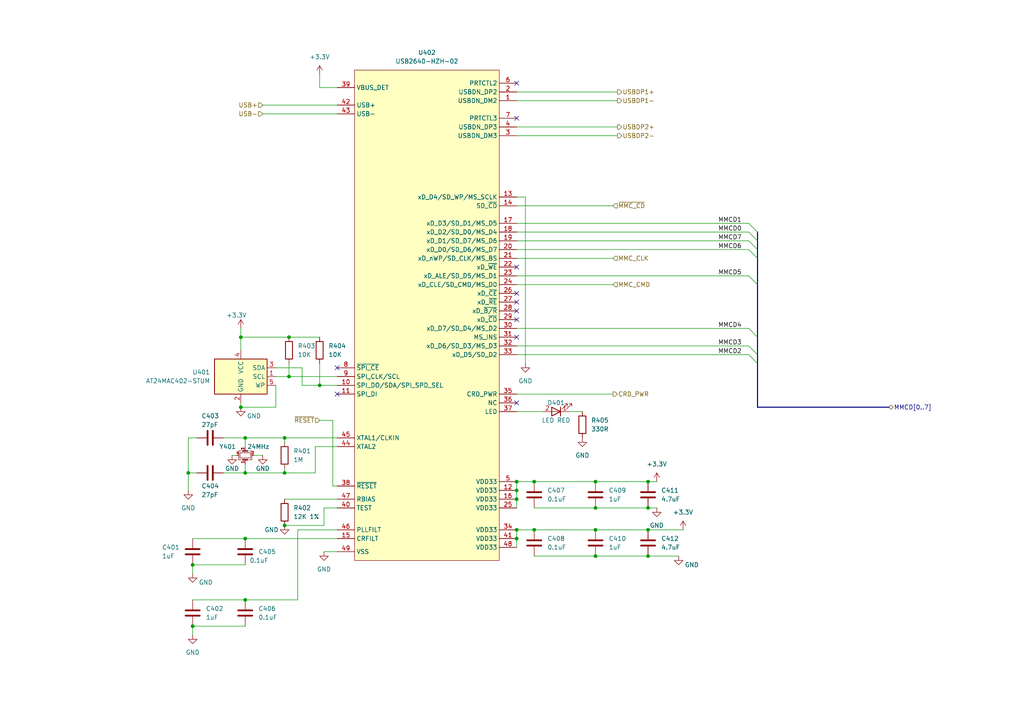
<source format=kicad_sch>
(kicad_sch (version 20230121) (generator eeschema)
  (paper "A4")
  (title_block (title "SDCDMUX-eMMC") (date "2023-05-02") (rev "Rev1") (company "HNZ") (comment 1 "Licensed under CC-BY-SA V4.0") (comment 2 "2023 (C) Hiroshi Nakajima <hnakamiru1103@gmail.com>"))
  (lib_symbols
    (symbol "+3.3V_1" (power) (pin_names (offset 0))
      (property "Value" "+3.3V_1" (at 0 3.556 0))
      (symbol "+3.3V_1_0_1"
        (polyline (pts (xy -0.762 1.27) (xy 0 2.54)))
        (polyline (pts (xy 0 0) (xy 0 2.54)))
        (polyline (pts (xy 0 2.54) (xy 0.762 1.27)))
      )
      (symbol "+3.3V_1_1_1"
        (pin power_in line (at 0 0 90) (length 0) hide (name "+3.3V") (number "1"))
      )
    )
    (symbol "+3.3V_2" (power) (pin_names (offset 0))
      (property "Value" "+3.3V_2" (at 0 3.556 0))
      (symbol "+3.3V_2_0_1"
        (polyline (pts (xy -0.762 1.27) (xy 0 2.54)))
        (polyline (pts (xy 0 0) (xy 0 2.54)))
        (polyline (pts (xy 0 2.54) (xy 0.762 1.27)))
      )
      (symbol "+3.3V_2_1_1"
        (pin power_in line (at 0 0 90) (length 0) hide (name "+3.3V") (number "1"))
      )
    )
    (symbol "+3.3V_3" (power) (pin_names (offset 0))
      (property "Value" "+3.3V_3" (at 0 3.556 0))
      (symbol "+3.3V_3_0_1"
        (polyline (pts (xy -0.762 1.27) (xy 0 2.54)))
        (polyline (pts (xy 0 0) (xy 0 2.54)))
        (polyline (pts (xy 0 2.54) (xy 0.762 1.27)))
      )
      (symbol "+3.3V_3_1_1"
        (pin power_in line (at 0 0 90) (length 0) hide (name "+3.3V") (number "1"))
      )
    )
    (symbol "Device:C" (pin_numbers hide) (pin_names (offset 0.254))
      (property "Reference" "C" (at 0.635 2.54 0))
      (property "Value" "C" (at 0.635 -2.54 0))
      (symbol "C_0_1"
        (polyline (pts (xy -2.032 -0.762) (xy 2.032 -0.762)) (stroke (width 0.508)))
        (polyline (pts (xy -2.032 0.762) (xy 2.032 0.762)) (stroke (width 0.508)))
      )
      (symbol "C_1_1"
        (pin passive line (at 0 3.81 270) (length 2.794) (name "~") (number "1"))
        (pin passive line (at 0 -3.81 90) (length 2.794) (name "~") (number "2"))
      )
    )
    (symbol "Device:LED" (pin_names (offset 1.016) hide)
      (property "Reference" "D" (at 0 2.54 0))
      (property "Value" "LED" (at 0 -2.54 0))
      (symbol "LED_0_1"
        (polyline (pts (xy -1.27 -1.27) (xy -1.27 1.27)) (stroke (width 0.254)))
        (polyline (pts (xy -1.27 0) (xy 1.27 0)))
        (polyline (pts (xy 1.27 -1.27) (xy 1.27 1.27) (xy -1.27 0) (xy 1.27 -1.27)) (stroke (width 0.254)))
        (polyline (pts (xy -3.048 -0.762) (xy -4.572 -2.286) (xy -3.81 -2.286) (xy -4.572 -2.286) (xy -4.572 -1.524)))
        (polyline (pts (xy -1.778 -0.762) (xy -3.302 -2.286) (xy -2.54 -2.286) (xy -3.302 -2.286) (xy -3.302 -1.524)))
      )
      (symbol "LED_1_1"
        (pin passive line (at -3.81 0 0) (length 2.54) (name "K") (number "1"))
        (pin passive line (at 3.81 0 180) (length 2.54) (name "A") (number "2"))
      )
    )
    (symbol "Device:R" (pin_numbers hide) (pin_names (offset 0))
      (property "Reference" "R" (at 2.032 0 90))
      (property "Value" "R" (at 0 0 90))
      (symbol "R_0_1"
        (rectangle (start -1.016 -2.54) (end 1.016 2.54) (stroke (width 0.254)))
      )
      (symbol "R_1_1"
        (pin passive line (at 0 3.81 270) (length 1.27) (name "~") (number "1"))
        (pin passive line (at 0 -3.81 90) (length 1.27) (name "~") (number "2"))
      )
    )
    (symbol "power:+3.3V" (power) (pin_numbers hide) (pin_names (offset 0) hide)
      (property "Value" "+3.3V" (at 0 3.556 0))
      (symbol "+3.3V_0_1"
        (polyline (pts (xy -0.762 1.27) (xy 0 2.54)))
        (polyline (pts (xy 0 0) (xy 0 2.54)))
        (polyline (pts (xy 0 2.54) (xy 0.762 1.27)))
      )
      (symbol "+3.3V_1_1"
        (pin power_in line (at 0 0 90) (length 0) hide (name "+3.3V") (number "1"))
      )
    )
    (symbol "power:GND" (power) (pin_numbers hide) (pin_names (offset 0) hide)
      (property "Value" "GND" (at 0 -3.81 0))
      (symbol "GND_0_1"
        (polyline (pts (xy 0 0) (xy 0 -1.27) (xy 1.27 -1.27) (xy 0 -2.54) (xy -1.27 -1.27) (xy 0 -1.27)))
      )
      (symbol "GND_1_1"
        (pin power_in line (at 0 0 270) (length 0) hide (name "GND") (number "1"))
      )
    )
    (symbol "tbctl:AT24MAC402-STUM"
      (property "Reference" "U" (at -7.62 6.35 0))
      (property "Value" "AT24MAC402-STUM" (at 2.54 -6.35 0))
      (symbol "AT24MAC402-STUM_1_1"
        (rectangle (start -7.62 5.08) (end 7.62 -5.08) (stroke (width 0.254)) (fill (type background)))
        (pin input line (at 10.16 0 180) (length 2.54) (name "SCL") (number "1"))
        (pin power_in line (at 0 -7.62 90) (length 2.54) (name "GND") (number "2"))
        (pin bidirectional line (at 10.16 2.54 180) (length 2.54) (name "SDA") (number "3"))
        (pin power_in line (at 0 7.62 270) (length 2.54) (name "VCC") (number "4"))
        (pin input line (at 10.16 -2.54 180) (length 2.54) (name "WP") (number "5"))
      )
    )
    (symbol "tbctl:Crystal SMD 24MHz 2.0x1.6" (pin_names (offset 1.016) hide)
      (property "Reference" "Y" (at 1.27 4.445 0))
      (property "Value" "Crystal SMD 24MHz 2.0x1.6" (at 1.27 2.54 0))
      (symbol "Crystal SMD 24MHz 2.0x1.6_0_1"
        (rectangle (start -0.762 -1.524) (end 0.762 1.524))
        (polyline (pts (xy -1.27 -0.762) (xy -1.27 0.762)) (stroke (width 0.381)))
        (polyline (pts (xy 1.27 -0.762) (xy 1.27 0.762)) (stroke (width 0.381)))
        (polyline (pts (xy -1.27 -1.27) (xy -1.27 -1.905) (xy 1.27 -1.905) (xy 1.27 -1.27)))
        (polyline (pts (xy -1.27 1.27) (xy -1.27 1.905) (xy 1.27 1.905) (xy 1.27 1.27)))
      )
      (symbol "Crystal SMD 24MHz 2.0x1.6_1_1"
        (pin passive line (at -2.54 0 0) (length 1.27) (name "1") (number "1"))
        (pin passive line (at 0 -2.54 90) (length 0.635) (name "2") (number "2"))
        (pin passive line (at 2.54 0 180) (length 1.27) (name "3") (number "3"))
        (pin passive line (at 0 2.54 270) (length 0.635) (name "4") (number "4"))
      )
    )
    (symbol "tbctl:USB2640-HZH-02"
      (property "Reference" "U" (at 0 -2.54 0))
      (property "Value" "USB2640-HZH-02" (at 0 -5.08 0))
      (symbol "USB2640-HZH-02_0_1"
        (rectangle (start -20.32 -6.35) (end 21.59 -148.59) (fill (type background)))
      )
      (symbol "USB2640-HZH-02_1_1"
        (pin passive line (at 26.67 -15.24 180) (length 5.08) (name "USBDN_DM2") (number "1"))
        (pin passive line (at -25.4 -97.79 0) (length 5.08) (name "SPI_DO/SDA/SPI_SPD_SEL") (number "10"))
        (pin passive line (at -25.4 -100.33 0) (length 5.08) (name "SPI_DI") (number "11"))
        (pin power_in line (at 26.67 -128.27 180) (length 5.08) (name "VDD33") (number "12"))
        (pin passive line (at 26.67 -43.18 180) (length 5.08) (name "xD_D4/SD_WP/MS_SCLK") (number "13"))
        (pin input line (at 26.67 -45.72 180) (length 5.08) (name "SD_~{CD}") (number "14"))
        (pin passive line (at -25.4 -142.24 0) (length 5.08) (name "CRFILT") (number "15"))
        (pin power_in line (at 26.67 -130.81 180) (length 5.08) (name "VDD33") (number "16"))
        (pin passive line (at 26.67 -50.8 180) (length 5.08) (name "xD_D3/SD_D1/MS_D5") (number "17"))
        (pin passive line (at 26.67 -53.34 180) (length 5.08) (name "xD_D2/SD_D0/MS_D4") (number "18"))
        (pin passive line (at 26.67 -55.88 180) (length 5.08) (name "xD_D1/SD_D7/MS_D6") (number "19"))
        (pin passive line (at 26.67 -12.7 180) (length 5.08) (name "USBDN_DP2") (number "2"))
        (pin passive line (at 26.67 -58.42 180) (length 5.08) (name "xD_D0/SD_D6/MS_D7") (number "20"))
        (pin passive line (at 26.67 -60.96 180) (length 5.08) (name "xD_nWP/SD_CLK/MS_BS") (number "21"))
        (pin passive line (at 26.67 -63.5 180) (length 5.08) (name "xD_~{WE}") (number "22"))
        (pin passive line (at 26.67 -66.04 180) (length 5.08) (name "xD_ALE/SD_D5/MS_D1") (number "23"))
        (pin passive line (at 26.67 -68.58 180) (length 5.08) (name "xD_CLE/SD_CMD/MS_D0") (number "24"))
        (pin power_in line (at 26.67 -133.35 180) (length 5.08) (name "VDD33") (number "25"))
        (pin passive line (at 26.67 -71.12 180) (length 5.08) (name "xD_~{CE}") (number "26"))
        (pin passive line (at 26.67 -73.66 180) (length 5.08) (name "xD_~{RE}") (number "27"))
        (pin passive line (at 26.67 -76.2 180) (length 5.08) (name "xD_~{B/R}") (number "28"))
        (pin input line (at 26.67 -78.74 180) (length 5.08) (name "xD_~{CD}") (number "29"))
        (pin passive line (at 26.67 -25.4 180) (length 5.08) (name "USBDN_DM3") (number "3"))
        (pin passive line (at 26.67 -81.28 180) (length 5.08) (name "xD_D7/SD_D4/MS_D2") (number "30"))
        (pin passive line (at 26.67 -83.82 180) (length 5.08) (name "MS_INS") (number "31"))
        (pin passive line (at 26.67 -86.36 180) (length 5.08) (name "xD_D6/SD_D3/MS_D3") (number "32"))
        (pin passive line (at 26.67 -88.9 180) (length 5.08) (name "xD_D5/SD_D2") (number "33"))
        (pin power_in line (at 26.67 -139.7 180) (length 5.08) (name "VDD33") (number "34"))
        (pin power_out line (at 26.67 -100.33 180) (length 5.08) (name "CRD_PWR") (number "35"))
        (pin passive line (at 26.67 -102.87 180) (length 5.08) (name "NC") (number "36"))
        (pin output line (at 26.67 -105.41 180) (length 5.08) (name "LED") (number "37"))
        (pin input line (at -25.4 -127 0) (length 5.08) (name "~{RESET}") (number "38"))
        (pin input line (at -25.4 -11.43 0) (length 5.08) (name "VBUS_DET") (number "39"))
        (pin passive line (at 26.67 -22.86 180) (length 5.08) (name "USBDN_DP3") (number "4"))
        (pin input line (at -25.4 -133.35 0) (length 5.08) (name "TEST") (number "40"))
        (pin power_in line (at 26.67 -142.24 180) (length 5.08) (name "VDD33") (number "41"))
        (pin passive line (at -25.4 -16.51 0) (length 5.08) (name "USB+") (number "42"))
        (pin passive line (at -25.4 -19.05 0) (length 5.08) (name "USB-") (number "43"))
        (pin output line (at -25.4 -115.57 0) (length 5.08) (name "XTAL2") (number "44"))
        (pin input line (at -25.4 -113.03 0) (length 5.08) (name "XTAL1/CLKIN") (number "45"))
        (pin passive line (at -25.4 -139.7 0) (length 5.08) (name "PLLFILT") (number "46"))
        (pin input line (at -25.4 -130.81 0) (length 5.08) (name "RBIAS") (number "47"))
        (pin power_in line (at 26.67 -144.78 180) (length 5.08) (name "VDD33") (number "48"))
        (pin power_in line (at -25.4 -146.05 0) (length 5.08) (name "VSS") (number "49"))
        (pin power_in line (at 26.67 -125.73 180) (length 5.08) (name "VDD33") (number "5"))
        (pin passive line (at 26.67 -10.16 180) (length 5.08) (name "PRTCTL2") (number "6"))
        (pin passive line (at 26.67 -20.32 180) (length 5.08) (name "PRTCTL3") (number "7"))
        (pin passive line (at -25.4 -92.71 0) (length 5.08) (name "~{SPI_CE}") (number "8"))
        (pin passive line (at -25.4 -95.25 0) (length 5.08) (name "SPI_CLK/SCL") (number "9"))
      )
    )
  )
  (junction (at 172.72 147.32))
  (junction (at 71.12 137.16))
  (junction (at 69.85 97.79))
  (junction (at 149.86 142.24))
  (junction (at 71.12 173.99))
  (junction (at 82.55 137.16))
  (junction (at 149.86 156.21))
  (junction (at 149.86 153.67))
  (junction (at 187.96 153.67))
  (junction (at 55.88 163.83))
  (junction (at 54.61 137.16))
  (junction (at 82.55 127))
  (junction (at 187.96 139.7))
  (junction (at 149.86 139.7))
  (junction (at 172.72 161.29))
  (junction (at 154.94 153.67))
  (junction (at 83.82 97.79))
  (junction (at 187.96 161.29))
  (junction (at 71.12 156.21))
  (junction (at 149.86 144.78))
  (junction (at 69.85 118.11))
  (junction (at 83.82 109.22))
  (junction (at 71.12 127))
  (junction (at 92.71 111.76))
  (junction (at 82.55 152.4))
  (junction (at 172.72 153.67))
  (junction (at 55.88 181.61))
  (junction (at 172.72 139.7))
  (junction (at 187.96 147.32))
  (junction (at 154.94 139.7))
  (no_connect (at 97.79 114.3))
  (no_connect (at 149.86 116.84))
  (no_connect (at 149.86 24.13))
  (no_connect (at 149.86 85.09))
  (no_connect (at 149.86 92.71))
  (no_connect (at 149.86 90.17))
  (no_connect (at 149.86 77.47))
  (no_connect (at 149.86 87.63))
  (no_connect (at 149.86 97.79))
  (no_connect (at 149.86 34.29))
  (no_connect (at 97.79 106.68))
  (bus_entry (at 217.17 67.31) (size 2.54 2.54))
  (bus_entry (at 217.17 100.33) (size 2.54 2.54))
  (bus_entry (at 217.17 95.25) (size 2.54 2.54))
  (bus_entry (at 217.17 80.01) (size 2.54 2.54))
  (bus_entry (at 217.17 72.39) (size 2.54 2.54))
  (bus_entry (at 217.17 64.77) (size 2.54 2.54))
  (bus_entry (at 217.17 102.87) (size 2.54 2.54))
  (bus_entry (at 217.17 69.85) (size 2.54 2.54))
  (wire (pts (xy 73.66 132.08) (xy 76.2 132.08)))
  (wire (pts (xy 149.86 153.67) (xy 149.86 156.21)))
  (wire (pts (xy 80.01 118.11) (xy 69.85 118.11)))
  (wire (pts (xy 71.12 137.16) (xy 82.55 137.16)))
  (wire (pts (xy 149.86 139.7) (xy 154.94 139.7)))
  (wire (pts (xy 149.86 82.55) (xy 177.8 82.55)))
  (wire (pts (xy 82.55 137.16) (xy 91.44 137.16)))
  (wire (pts (xy 92.71 121.92) (xy 96.52 121.92)))
  (wire (pts (xy 149.86 36.83) (xy 179.07 36.83)))
  (wire (pts (xy 149.86 59.69) (xy 177.8 59.69)))
  (wire (pts (xy 172.72 147.32) (xy 187.96 147.32)))
  (wire (pts (xy 149.86 69.85) (xy 217.17 69.85)))
  (wire (pts (xy 149.86 29.21) (xy 179.07 29.21)))
  (wire (pts (xy 154.94 161.29) (xy 172.72 161.29)))
  (wire (pts (xy 80.01 111.76) (xy 80.01 118.11)))
  (wire (pts (xy 149.86 80.01) (xy 217.17 80.01)))
  (wire (pts (xy 149.86 153.67) (xy 154.94 153.67)))
  (wire (pts (xy 71.12 173.99) (xy 86.36 173.99)))
  (wire (pts (xy 187.96 139.7) (xy 190.5 139.7)))
  (wire (pts (xy 149.86 74.93) (xy 177.8 74.93)))
  (wire (pts (xy 83.82 105.41) (xy 83.82 109.22)))
  (wire (pts (xy 154.94 139.7) (xy 172.72 139.7)))
  (wire (pts (xy 55.88 156.21) (xy 71.12 156.21)))
  (wire (pts (xy 96.52 140.97) (xy 97.79 140.97)))
  (wire (pts (xy 149.86 100.33) (xy 217.17 100.33)))
  (wire (pts (xy 97.79 147.32) (xy 93.98 147.32)))
  (wire (pts (xy 54.61 137.16) (xy 54.61 142.24)))
  (wire (pts (xy 69.85 116.84) (xy 69.85 118.11)))
  (wire (pts (xy 87.63 111.76) (xy 92.71 111.76)))
  (bus (pts (xy 219.71 74.93) (xy 219.71 82.55)))
  (wire (pts (xy 69.85 97.79) (xy 83.82 97.79)))
  (wire (pts (xy 71.12 134.62) (xy 71.12 137.16)))
  (wire (pts (xy 149.86 144.78) (xy 149.86 147.32)))
  (wire (pts (xy 76.2 33.02) (xy 97.79 33.02)))
  (wire (pts (xy 69.85 101.6) (xy 69.85 97.79)))
  (wire (pts (xy 96.52 121.92) (xy 96.52 140.97)))
  (wire (pts (xy 154.94 153.67) (xy 172.72 153.67)))
  (wire (pts (xy 80.01 109.22) (xy 83.82 109.22)))
  (wire (pts (xy 92.71 111.76) (xy 97.79 111.76)))
  (wire (pts (xy 54.61 127) (xy 54.61 137.16)))
  (bus (pts (xy 219.71 102.87) (xy 219.71 105.41)))
  (wire (pts (xy 55.88 163.83) (xy 71.12 163.83)))
  (wire (pts (xy 82.55 128.27) (xy 82.55 127)))
  (wire (pts (xy 64.77 137.16) (xy 71.12 137.16)))
  (wire (pts (xy 71.12 156.21) (xy 97.79 156.21)))
  (wire (pts (xy 82.55 144.78) (xy 97.79 144.78)))
  (wire (pts (xy 57.15 127) (xy 54.61 127)))
  (wire (pts (xy 154.94 147.32) (xy 172.72 147.32)))
  (wire (pts (xy 55.88 181.61) (xy 71.12 181.61)))
  (wire (pts (xy 82.55 135.89) (xy 82.55 137.16)))
  (bus (pts (xy 219.71 118.11) (xy 257.81 118.11)))
  (wire (pts (xy 149.86 114.3) (xy 177.8 114.3)))
  (wire (pts (xy 149.86 57.15) (xy 152.4 57.15)))
  (wire (pts (xy 64.77 127) (xy 71.12 127)))
  (wire (pts (xy 82.55 127) (xy 97.79 127)))
  (wire (pts (xy 80.01 106.68) (xy 87.63 106.68)))
  (wire (pts (xy 149.86 72.39) (xy 217.17 72.39)))
  (wire (pts (xy 93.98 147.32) (xy 93.98 152.4)))
  (wire (pts (xy 55.88 181.61) (xy 55.88 184.15)))
  (wire (pts (xy 149.86 39.37) (xy 179.07 39.37)))
  (wire (pts (xy 172.72 161.29) (xy 187.96 161.29)))
  (wire (pts (xy 93.98 160.02) (xy 97.79 160.02)))
  (wire (pts (xy 172.72 153.67) (xy 187.96 153.67)))
  (wire (pts (xy 149.86 26.67) (xy 179.07 26.67)))
  (bus (pts (xy 219.71 105.41) (xy 219.71 118.11)))
  (wire (pts (xy 86.36 153.67) (xy 97.79 153.67)))
  (wire (pts (xy 187.96 147.32) (xy 190.5 147.32)))
  (wire (pts (xy 149.86 142.24) (xy 149.86 144.78)))
  (wire (pts (xy 55.88 166.37) (xy 55.88 163.83)))
  (wire (pts (xy 165.1 119.38) (xy 168.91 119.38)))
  (bus (pts (xy 219.71 82.55) (xy 219.71 97.79)))
  (wire (pts (xy 76.2 30.48) (xy 97.79 30.48)))
  (wire (pts (xy 149.86 67.31) (xy 217.17 67.31)))
  (wire (pts (xy 83.82 109.22) (xy 97.79 109.22)))
  (wire (pts (xy 149.86 102.87) (xy 217.17 102.87)))
  (wire (pts (xy 149.86 95.25) (xy 217.17 95.25)))
  (bus (pts (xy 219.71 67.31) (xy 219.71 69.85)))
  (wire (pts (xy 172.72 139.7) (xy 187.96 139.7)))
  (wire (pts (xy 71.12 127) (xy 82.55 127)))
  (wire (pts (xy 71.12 127) (xy 71.12 129.54)))
  (wire (pts (xy 187.96 153.67) (xy 198.12 153.67)))
  (wire (pts (xy 149.86 156.21) (xy 149.86 158.75)))
  (wire (pts (xy 97.79 129.54) (xy 91.44 129.54)))
  (wire (pts (xy 92.71 105.41) (xy 92.71 111.76)))
  (wire (pts (xy 187.96 161.29) (xy 196.85 161.29)))
  (wire (pts (xy 54.61 137.16) (xy 57.15 137.16)))
  (bus (pts (xy 219.71 72.39) (xy 219.71 74.93)))
  (bus (pts (xy 219.71 69.85) (xy 219.71 72.39)))
  (wire (pts (xy 55.88 173.99) (xy 71.12 173.99)))
  (wire (pts (xy 92.71 25.4) (xy 92.71 21.59)))
  (wire (pts (xy 149.86 64.77) (xy 217.17 64.77)))
  (bus (pts (xy 219.71 97.79) (xy 219.71 102.87)))
  (wire (pts (xy 93.98 152.4) (xy 82.55 152.4)))
  (wire (pts (xy 87.63 106.68) (xy 87.63 111.76)))
  (wire (pts (xy 83.82 97.79) (xy 92.71 97.79)))
  (wire (pts (xy 149.86 119.38) (xy 157.48 119.38)))
  (wire (pts (xy 69.85 97.79) (xy 69.85 95.25)))
  (wire (pts (xy 152.4 57.15) (xy 152.4 105.41)))
  (wire (pts (xy 97.79 25.4) (xy 92.71 25.4)))
  (wire (pts (xy 67.31 132.08) (xy 68.58 132.08)))
  (wire (pts (xy 91.44 129.54) (xy 91.44 137.16)))
  (wire (pts (xy 86.36 153.67) (xy 86.36 173.99)))
  (wire (pts (xy 149.86 139.7) (xy 149.86 142.24)))
  (label "MMCD6" (at 208.28 72.39 0))
  (label "MMCD3" (at 208.28 100.33 0))
  (label "MMCD5" (at 208.28 80.01 0))
  (label "MMCD0" (at 208.28 67.31 0))
  (label "MMCD1" (at 208.28 64.77 0))
  (label "MMCD2" (at 208.28 102.87 0))
  (label "MMCD7" (at 208.28 69.85 0))
  (label "MMCD4" (at 208.28 95.25 0))
  (hierarchical_label "USBDP2+" (shape output) (at 179.07 36.83 0))
  (hierarchical_label "~{MMC_CD}" (shape input) (at 177.8 59.69 0))
  (hierarchical_label "USB+" (shape input) (at 76.2 30.48 180))
  (hierarchical_label "USBDP1-" (shape output) (at 179.07 29.21 0))
  (hierarchical_label "CRD_PWR" (shape output) (at 177.8 114.3 0))
  (hierarchical_label "USBDP2-" (shape output) (at 179.07 39.37 0))
  (hierarchical_label "MMC_CMD" (shape input) (at 177.8 82.55 0))
  (hierarchical_label "USB-" (shape input) (at 76.2 33.02 180))
  (hierarchical_label "~{RESET}" (shape input) (at 92.71 121.92 180))
  (hierarchical_label "USBDP1+" (shape output) (at 179.07 26.67 0))
  (hierarchical_label "MMC_CLK" (shape input) (at 177.8 74.93 0))
  (hierarchical_label "MMCD[0..7]" (shape bidirectional) (at 257.81 118.11 0))
  (symbol (lib_id "Device:C") (at 71.12 160.02 0) (unit 1)
    (property "Reference" "C405" (at 74.93 160.02 0) (effects (justify left)))
    (property "Value" "0.1uF" (at 72.39 162.56 0) (effects (justify left)))
    (property "Footprint" "Capacitor_SMD:C_0603_1608Metric_Pad1.08x0.95mm_HandSolder" (effects hide))
  )
  (symbol (lib_name "+3.3V_3") (lib_id "power:+3.3V") (at 198.12 153.67 0) (unit 1)
    (property "Reference" "#PWR0416" (effects hide))
    (property "Value" "+3.3V" (at 198.12 148.59 0))
  )
  (symbol (lib_id "tbctl:Crystal SMD 24MHz 2.0x1.6") (at 71.12 132.08 90) (unit 1)
    (property "Reference" "Y401" (at 66.04 129.54 90))
    (property "Value" "24MHz" (at 74.93 129.54 90))
    (property "Footprint" "tbctl:Crystal_SMD_2016-4Pin_2.0x1.6mm" (effects hide))
  )
  (symbol (lib_id "Device:R") (at 92.71 101.6 0) (unit 1)
    (property "Reference" "R404" (at 95.25 100.3299 0) (effects (justify left)))
    (property "Value" "10K" (at 95.25 102.8699 0) (effects (justify left)))
    (property "Footprint" "tbctl:R_0805_2012Metric_Pad1.20x1.40mm_HandSolder" (effects hide))
  )
  (symbol (lib_id "Device:C") (at 187.96 143.51 0) (unit 1)
    (property "Reference" "C411" (at 191.77 142.24 0) (effects (justify left)))
    (property "Value" "4.7uF" (at 191.77 144.78 0) (effects (justify left)))
    (property "Footprint" "tbctl:C_0805_2012Metric_Pad1.18x1.45mm_HandSolder" (effects hide))
  )
  (symbol (lib_id "Device:C") (at 55.88 177.8 0) (unit 1)
    (property "Reference" "C402" (at 59.69 176.53 0) (effects (justify left)))
    (property "Value" "1uF" (at 59.69 179.07 0) (effects (justify left)))
    (property "Footprint" "tbctl:C_0805_2012Metric_Pad1.18x1.45mm_HandSolder" (effects hide))
  )
  (symbol (lib_id "power:GND") (at 152.4 105.41 0) (unit 1)
    (property "Reference" "#PWR0411" (effects hide))
    (property "Value" "GND" (at 152.4 110.49 0))
  )
  (symbol (lib_id "Device:C") (at 172.72 157.48 0) (unit 1)
    (property "Reference" "C410" (at 176.53 156.21 0) (effects (justify left)))
    (property "Value" "1uF" (at 176.53 158.75 0) (effects (justify left)))
    (property "Footprint" "tbctl:C_0805_2012Metric_Pad1.18x1.45mm_HandSolder" (effects hide))
  )
  (symbol (lib_id "power:GND") (at 55.88 166.37 0) (unit 1)
    (property "Reference" "#PWR0402" (effects hide))
    (property "Value" "GND" (at 59.69 168.91 0))
  )
  (symbol (lib_id "power:GND") (at 168.91 127 0) (unit 1)
    (property "Reference" "#PWR0412" (effects hide))
    (property "Value" "GND" (at 168.91 132.08 0))
  )
  (symbol (lib_id "Device:C") (at 154.94 157.48 0) (unit 1)
    (property "Reference" "C408" (at 158.75 156.21 0) (effects (justify left)))
    (property "Value" "0.1uF" (at 158.75 158.75 0) (effects (justify left)))
    (property "Footprint" "Capacitor_SMD:C_0603_1608Metric_Pad1.08x0.95mm_HandSolder" (effects hide))
  )
  (symbol (lib_id "Device:C") (at 60.96 127 90) (unit 1)
    (property "Reference" "C403" (at 58.42 120.65 90) (effects (justify right)))
    (property "Value" "27pF" (at 58.42 123.19 90) (effects (justify right)))
    (property "Footprint" "Capacitor_SMD:C_0603_1608Metric" (effects hide))
  )
  (symbol (lib_id "power:GND") (at 69.85 118.11 0) (unit 1)
    (property "Reference" "#PWR0406" (effects hide))
    (property "Value" "GND" (at 73.66 120.65 0))
  )
  (symbol (lib_id "power:GND") (at 82.55 152.4 0) (unit 1)
    (property "Reference" "#PWR0408" (effects hide))
    (property "Value" "GND" (at 78.74 153.67 0))
  )
  (symbol (lib_name "+3.3V_2") (lib_id "power:+3.3V") (at 69.85 95.25 0) (unit 1)
    (property "Reference" "#PWR0405" (effects hide))
    (property "Value" "+3.3V" (at 68.58 91.44 0))
  )
  (symbol (lib_id "Device:C") (at 60.96 137.16 90) (unit 1)
    (property "Reference" "C404" (at 58.42 140.97 90) (effects (justify right)))
    (property "Value" "27pF" (at 58.42 143.51 90) (effects (justify right)))
    (property "Footprint" "Capacitor_SMD:C_0603_1608Metric" (effects hide))
  )
  (symbol (lib_id "power:GND") (at 55.88 184.15 0) (unit 1)
    (property "Reference" "#PWR0403" (effects hide))
    (property "Value" "GND" (at 55.88 189.23 0))
  )
  (symbol (lib_id "Device:C") (at 71.12 177.8 0) (unit 1)
    (property "Reference" "C406" (at 74.93 176.53 0) (effects (justify left)))
    (property "Value" "0.1uF" (at 74.93 179.07 0) (effects (justify left)))
    (property "Footprint" "Capacitor_SMD:C_0603_1608Metric_Pad1.08x0.95mm_HandSolder" (effects hide))
  )
  (symbol (lib_id "Device:R") (at 82.55 132.08 0) (unit 1)
    (property "Reference" "R401" (at 85.09 130.8099 0) (effects (justify left)))
    (property "Value" "1M" (at 85.09 133.3499 0) (effects (justify left)))
    (property "Footprint" "tbctl:R_0805_2012Metric_Pad1.20x1.40mm_HandSolder" (effects hide))
  )
  (symbol (lib_id "power:+3.3V") (at 92.71 21.59 0) (unit 1)
    (property "Reference" "#PWR0409" (effects hide))
    (property "Value" "+3.3V" (at 92.71 16.51 0))
  )
  (symbol (lib_id "tbctl:AT24MAC402-STUM") (at 69.85 109.22 0) (unit 1)
    (property "Reference" "U401" (at 60.96 107.9499 0) (effects (justify right)))
    (property "Value" "AT24MAC402-STUM" (at 60.96 110.4899 0) (effects (justify right)))
    (property "Footprint" "Package_TO_SOT_SMD:SOT-23-5_HandSoldering" (effects hide))
    (property "Datasheet" "https://ww1.microchip.com/downloads/en/DeviceDoc/Atmel-8807-SEEPROM-AT24MAC402-602-Datasheet.pdf" (effects hide))
  )
  (symbol (lib_id "Device:C") (at 187.96 157.48 0) (unit 1)
    (property "Reference" "C412" (at 191.77 156.21 0) (effects (justify left)))
    (property "Value" "4.7uF" (at 191.77 158.75 0) (effects (justify left)))
    (property "Footprint" "tbctl:C_0805_2012Metric_Pad1.18x1.45mm_HandSolder" (effects hide))
  )
  (symbol (lib_name "+3.3V_1") (lib_id "power:+3.3V") (at 190.5 139.7 0) (unit 1)
    (property "Reference" "#PWR0413" (effects hide))
    (property "Value" "+3.3V" (at 190.5 134.62 0))
  )
  (symbol (lib_id "power:GND") (at 67.31 132.08 0) (unit 1)
    (property "Reference" "#PWR0404" (effects hide))
    (property "Value" "GND" (at 67.31 135.89 0))
  )
  (symbol (lib_id "Device:C") (at 154.94 143.51 0) (unit 1)
    (property "Reference" "C407" (at 158.75 142.24 0) (effects (justify left)))
    (property "Value" "0.1uF" (at 158.75 144.78 0) (effects (justify left)))
    (property "Footprint" "Capacitor_SMD:C_0603_1608Metric_Pad1.08x0.95mm_HandSolder" (effects hide))
  )
  (symbol (lib_id "Device:LED") (at 161.29 119.38 180) (unit 1)
    (property "Reference" "D401" (at 161.29 116.84 0))
    (property "Value" "LED RED" (at 161.29 121.92 0))
    (property "Footprint" "tbctl:LED_0603_1608Metric_Pad1.05x0.95mm_HandSolder" (effects hide))
  )
  (symbol (lib_id "Device:C") (at 172.72 143.51 0) (unit 1)
    (property "Reference" "C409" (at 176.53 142.24 0) (effects (justify left)))
    (property "Value" "1uF" (at 176.53 144.78 0) (effects (justify left)))
    (property "Footprint" "tbctl:C_0805_2012Metric_Pad1.18x1.45mm_HandSolder" (effects hide))
  )
  (symbol (lib_id "Device:C") (at 55.88 160.02 0) (unit 1)
    (property "Reference" "C401" (at 46.99 158.75 0) (effects (justify left)))
    (property "Value" "1uF" (at 46.99 161.29 0) (effects (justify left)))
    (property "Footprint" "tbctl:C_0805_2012Metric_Pad1.18x1.45mm_HandSolder" (effects hide))
  )
  (symbol (lib_id "power:GND") (at 190.5 147.32 0) (unit 1)
    (property "Reference" "#PWR0414" (effects hide))
    (property "Value" "GND" (at 190.5 152.4 0))
  )
  (symbol (lib_id "Device:R") (at 168.91 123.19 0) (unit 1)
    (property "Reference" "R405" (at 171.45 121.9199 0) (effects (justify left)))
    (property "Value" "330R" (at 171.45 124.4599 0) (effects (justify left)))
    (property "Footprint" "tbctl:R_0805_2012Metric_Pad1.20x1.40mm_HandSolder" (effects hide))
  )
  (symbol (lib_id "Device:R") (at 82.55 148.59 0) (unit 1)
    (property "Reference" "R402" (at 85.09 147.3199 0) (effects (justify left)))
    (property "Value" "12K 1%" (at 85.09 149.8599 0) (effects (justify left)))
    (property "Footprint" "tbctl:R_0805_2012Metric_Pad1.20x1.40mm_HandSolder" (effects hide))
  )
  (symbol (lib_id "power:GND") (at 76.2 132.08 0) (unit 1)
    (property "Reference" "#PWR0407" (effects hide))
    (property "Value" "GND" (at 76.2 135.89 0))
  )
  (symbol (lib_id "power:GND") (at 54.61 142.24 0) (unit 1)
    (property "Reference" "#PWR0401" (effects hide))
    (property "Value" "GND" (at 54.61 147.32 0))
  )
  (symbol (lib_id "power:GND") (at 93.98 160.02 0) (unit 1)
    (property "Reference" "#PWR0410" (effects hide))
    (property "Value" "GND" (at 93.98 165.1 0))
  )
  (symbol (lib_id "Device:R") (at 83.82 101.6 0) (unit 1)
    (property "Reference" "R403" (at 86.36 100.3299 0) (effects (justify left)))
    (property "Value" "10K" (at 86.36 102.8699 0) (effects (justify left)))
    (property "Footprint" "tbctl:R_0805_2012Metric_Pad1.20x1.40mm_HandSolder" (effects hide))
  )
  (symbol (lib_id "power:GND") (at 196.85 161.29 0) (unit 1)
    (property "Reference" "#PWR0415" (effects hide))
    (property "Value" "GND" (at 200.66 163.83 0))
  )
  (symbol (lib_id "tbctl:USB2640-HZH-02") (at 123.19 13.97 0) (unit 1)
    (property "Reference" "U402" (at 123.825 15.24 0))
    (property "Value" "USB2640-HZH-02" (at 123.825 17.78 0))
    (property "Footprint" "tbctl:QFN-48-1EP_7x7mm_P0.5mm_EP5.15x5.15mm" (effects hide))
  )
)
</source>
